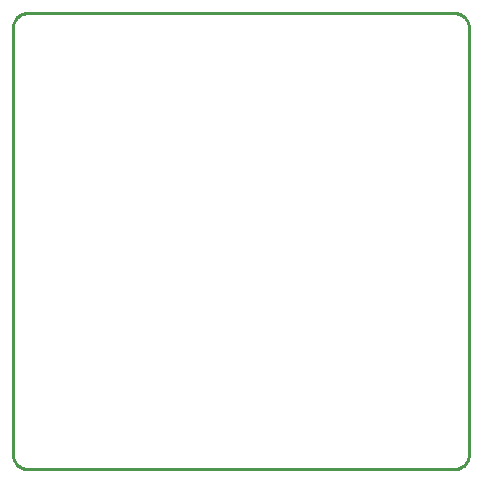
<source format=gbp>
G75*
%MOIN*%
%OFA0B0*%
%FSLAX24Y24*%
%IPPOS*%
%LPD*%
%AMOC8*
5,1,8,0,0,1.08239X$1,22.5*
%
%ADD10C,0.0098*%
%ADD11C,0.0100*%
D10*
X001077Y000600D02*
X015277Y000600D01*
X015777Y001100D02*
X015777Y015300D01*
X015277Y015800D02*
X001077Y015800D01*
X000577Y015300D02*
X000577Y001100D01*
X000579Y001056D01*
X000585Y001013D01*
X000594Y000971D01*
X000607Y000929D01*
X000624Y000889D01*
X000644Y000850D01*
X000667Y000813D01*
X000694Y000779D01*
X000723Y000746D01*
X000756Y000717D01*
X000790Y000690D01*
X000827Y000667D01*
X000866Y000647D01*
X000906Y000630D01*
X000948Y000617D01*
X000990Y000608D01*
X001033Y000602D01*
X001077Y000600D01*
D11*
X015277Y000600D02*
X015321Y000602D01*
X015364Y000608D01*
X015406Y000617D01*
X015448Y000630D01*
X015488Y000647D01*
X015527Y000667D01*
X015564Y000690D01*
X015598Y000717D01*
X015631Y000746D01*
X015660Y000779D01*
X015687Y000813D01*
X015710Y000850D01*
X015730Y000889D01*
X015747Y000929D01*
X015760Y000971D01*
X015769Y001013D01*
X015775Y001056D01*
X015777Y001100D01*
X015777Y015300D02*
X015775Y015344D01*
X015769Y015387D01*
X015760Y015429D01*
X015747Y015471D01*
X015730Y015511D01*
X015710Y015550D01*
X015687Y015587D01*
X015660Y015621D01*
X015631Y015654D01*
X015598Y015683D01*
X015564Y015710D01*
X015527Y015733D01*
X015488Y015753D01*
X015448Y015770D01*
X015406Y015783D01*
X015364Y015792D01*
X015321Y015798D01*
X015277Y015800D01*
X001077Y015800D02*
X001033Y015798D01*
X000990Y015792D01*
X000948Y015783D01*
X000906Y015770D01*
X000866Y015753D01*
X000827Y015733D01*
X000790Y015710D01*
X000756Y015683D01*
X000723Y015654D01*
X000694Y015621D01*
X000667Y015587D01*
X000644Y015550D01*
X000624Y015511D01*
X000607Y015471D01*
X000594Y015429D01*
X000585Y015387D01*
X000579Y015344D01*
X000577Y015300D01*
M02*

</source>
